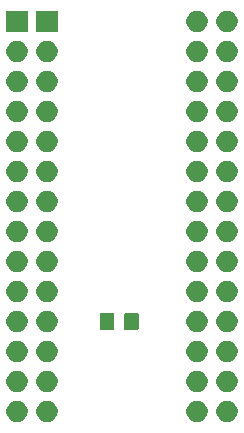
<source format=gbr>
G04 #@! TF.GenerationSoftware,KiCad,Pcbnew,(5.1.5-0-10_14)*
G04 #@! TF.CreationDate,2020-09-26T21:14:20+02:00*
G04 #@! TF.ProjectId,es_t4,65735f74-342e-46b6-9963-61645f706362,rev?*
G04 #@! TF.SameCoordinates,Original*
G04 #@! TF.FileFunction,Soldermask,Top*
G04 #@! TF.FilePolarity,Negative*
%FSLAX46Y46*%
G04 Gerber Fmt 4.6, Leading zero omitted, Abs format (unit mm)*
G04 Created by KiCad (PCBNEW (5.1.5-0-10_14)) date 2020-09-26 21:14:20*
%MOMM*%
%LPD*%
G04 APERTURE LIST*
%ADD10C,0.100000*%
G04 APERTURE END LIST*
D10*
G36*
X149973512Y-103243927D02*
G01*
X150122812Y-103273624D01*
X150286784Y-103341544D01*
X150434354Y-103440147D01*
X150559853Y-103565646D01*
X150658456Y-103713216D01*
X150726376Y-103877188D01*
X150761000Y-104051259D01*
X150761000Y-104228741D01*
X150726376Y-104402812D01*
X150658456Y-104566784D01*
X150559853Y-104714354D01*
X150434354Y-104839853D01*
X150286784Y-104938456D01*
X150122812Y-105006376D01*
X149973512Y-105036073D01*
X149948742Y-105041000D01*
X149771258Y-105041000D01*
X149746488Y-105036073D01*
X149597188Y-105006376D01*
X149433216Y-104938456D01*
X149285646Y-104839853D01*
X149160147Y-104714354D01*
X149061544Y-104566784D01*
X148993624Y-104402812D01*
X148959000Y-104228741D01*
X148959000Y-104051259D01*
X148993624Y-103877188D01*
X149061544Y-103713216D01*
X149160147Y-103565646D01*
X149285646Y-103440147D01*
X149433216Y-103341544D01*
X149597188Y-103273624D01*
X149746488Y-103243927D01*
X149771258Y-103239000D01*
X149948742Y-103239000D01*
X149973512Y-103243927D01*
G37*
G36*
X147433512Y-103243927D02*
G01*
X147582812Y-103273624D01*
X147746784Y-103341544D01*
X147894354Y-103440147D01*
X148019853Y-103565646D01*
X148118456Y-103713216D01*
X148186376Y-103877188D01*
X148221000Y-104051259D01*
X148221000Y-104228741D01*
X148186376Y-104402812D01*
X148118456Y-104566784D01*
X148019853Y-104714354D01*
X147894354Y-104839853D01*
X147746784Y-104938456D01*
X147582812Y-105006376D01*
X147433512Y-105036073D01*
X147408742Y-105041000D01*
X147231258Y-105041000D01*
X147206488Y-105036073D01*
X147057188Y-105006376D01*
X146893216Y-104938456D01*
X146745646Y-104839853D01*
X146620147Y-104714354D01*
X146521544Y-104566784D01*
X146453624Y-104402812D01*
X146419000Y-104228741D01*
X146419000Y-104051259D01*
X146453624Y-103877188D01*
X146521544Y-103713216D01*
X146620147Y-103565646D01*
X146745646Y-103440147D01*
X146893216Y-103341544D01*
X147057188Y-103273624D01*
X147206488Y-103243927D01*
X147231258Y-103239000D01*
X147408742Y-103239000D01*
X147433512Y-103243927D01*
G37*
G36*
X134733512Y-103243927D02*
G01*
X134882812Y-103273624D01*
X135046784Y-103341544D01*
X135194354Y-103440147D01*
X135319853Y-103565646D01*
X135418456Y-103713216D01*
X135486376Y-103877188D01*
X135521000Y-104051259D01*
X135521000Y-104228741D01*
X135486376Y-104402812D01*
X135418456Y-104566784D01*
X135319853Y-104714354D01*
X135194354Y-104839853D01*
X135046784Y-104938456D01*
X134882812Y-105006376D01*
X134733512Y-105036073D01*
X134708742Y-105041000D01*
X134531258Y-105041000D01*
X134506488Y-105036073D01*
X134357188Y-105006376D01*
X134193216Y-104938456D01*
X134045646Y-104839853D01*
X133920147Y-104714354D01*
X133821544Y-104566784D01*
X133753624Y-104402812D01*
X133719000Y-104228741D01*
X133719000Y-104051259D01*
X133753624Y-103877188D01*
X133821544Y-103713216D01*
X133920147Y-103565646D01*
X134045646Y-103440147D01*
X134193216Y-103341544D01*
X134357188Y-103273624D01*
X134506488Y-103243927D01*
X134531258Y-103239000D01*
X134708742Y-103239000D01*
X134733512Y-103243927D01*
G37*
G36*
X132193512Y-103243927D02*
G01*
X132342812Y-103273624D01*
X132506784Y-103341544D01*
X132654354Y-103440147D01*
X132779853Y-103565646D01*
X132878456Y-103713216D01*
X132946376Y-103877188D01*
X132981000Y-104051259D01*
X132981000Y-104228741D01*
X132946376Y-104402812D01*
X132878456Y-104566784D01*
X132779853Y-104714354D01*
X132654354Y-104839853D01*
X132506784Y-104938456D01*
X132342812Y-105006376D01*
X132193512Y-105036073D01*
X132168742Y-105041000D01*
X131991258Y-105041000D01*
X131966488Y-105036073D01*
X131817188Y-105006376D01*
X131653216Y-104938456D01*
X131505646Y-104839853D01*
X131380147Y-104714354D01*
X131281544Y-104566784D01*
X131213624Y-104402812D01*
X131179000Y-104228741D01*
X131179000Y-104051259D01*
X131213624Y-103877188D01*
X131281544Y-103713216D01*
X131380147Y-103565646D01*
X131505646Y-103440147D01*
X131653216Y-103341544D01*
X131817188Y-103273624D01*
X131966488Y-103243927D01*
X131991258Y-103239000D01*
X132168742Y-103239000D01*
X132193512Y-103243927D01*
G37*
G36*
X134733512Y-100703927D02*
G01*
X134882812Y-100733624D01*
X135046784Y-100801544D01*
X135194354Y-100900147D01*
X135319853Y-101025646D01*
X135418456Y-101173216D01*
X135486376Y-101337188D01*
X135521000Y-101511259D01*
X135521000Y-101688741D01*
X135486376Y-101862812D01*
X135418456Y-102026784D01*
X135319853Y-102174354D01*
X135194354Y-102299853D01*
X135046784Y-102398456D01*
X134882812Y-102466376D01*
X134733512Y-102496073D01*
X134708742Y-102501000D01*
X134531258Y-102501000D01*
X134506488Y-102496073D01*
X134357188Y-102466376D01*
X134193216Y-102398456D01*
X134045646Y-102299853D01*
X133920147Y-102174354D01*
X133821544Y-102026784D01*
X133753624Y-101862812D01*
X133719000Y-101688741D01*
X133719000Y-101511259D01*
X133753624Y-101337188D01*
X133821544Y-101173216D01*
X133920147Y-101025646D01*
X134045646Y-100900147D01*
X134193216Y-100801544D01*
X134357188Y-100733624D01*
X134506488Y-100703927D01*
X134531258Y-100699000D01*
X134708742Y-100699000D01*
X134733512Y-100703927D01*
G37*
G36*
X149973512Y-100703927D02*
G01*
X150122812Y-100733624D01*
X150286784Y-100801544D01*
X150434354Y-100900147D01*
X150559853Y-101025646D01*
X150658456Y-101173216D01*
X150726376Y-101337188D01*
X150761000Y-101511259D01*
X150761000Y-101688741D01*
X150726376Y-101862812D01*
X150658456Y-102026784D01*
X150559853Y-102174354D01*
X150434354Y-102299853D01*
X150286784Y-102398456D01*
X150122812Y-102466376D01*
X149973512Y-102496073D01*
X149948742Y-102501000D01*
X149771258Y-102501000D01*
X149746488Y-102496073D01*
X149597188Y-102466376D01*
X149433216Y-102398456D01*
X149285646Y-102299853D01*
X149160147Y-102174354D01*
X149061544Y-102026784D01*
X148993624Y-101862812D01*
X148959000Y-101688741D01*
X148959000Y-101511259D01*
X148993624Y-101337188D01*
X149061544Y-101173216D01*
X149160147Y-101025646D01*
X149285646Y-100900147D01*
X149433216Y-100801544D01*
X149597188Y-100733624D01*
X149746488Y-100703927D01*
X149771258Y-100699000D01*
X149948742Y-100699000D01*
X149973512Y-100703927D01*
G37*
G36*
X132193512Y-100703927D02*
G01*
X132342812Y-100733624D01*
X132506784Y-100801544D01*
X132654354Y-100900147D01*
X132779853Y-101025646D01*
X132878456Y-101173216D01*
X132946376Y-101337188D01*
X132981000Y-101511259D01*
X132981000Y-101688741D01*
X132946376Y-101862812D01*
X132878456Y-102026784D01*
X132779853Y-102174354D01*
X132654354Y-102299853D01*
X132506784Y-102398456D01*
X132342812Y-102466376D01*
X132193512Y-102496073D01*
X132168742Y-102501000D01*
X131991258Y-102501000D01*
X131966488Y-102496073D01*
X131817188Y-102466376D01*
X131653216Y-102398456D01*
X131505646Y-102299853D01*
X131380147Y-102174354D01*
X131281544Y-102026784D01*
X131213624Y-101862812D01*
X131179000Y-101688741D01*
X131179000Y-101511259D01*
X131213624Y-101337188D01*
X131281544Y-101173216D01*
X131380147Y-101025646D01*
X131505646Y-100900147D01*
X131653216Y-100801544D01*
X131817188Y-100733624D01*
X131966488Y-100703927D01*
X131991258Y-100699000D01*
X132168742Y-100699000D01*
X132193512Y-100703927D01*
G37*
G36*
X147433512Y-100703927D02*
G01*
X147582812Y-100733624D01*
X147746784Y-100801544D01*
X147894354Y-100900147D01*
X148019853Y-101025646D01*
X148118456Y-101173216D01*
X148186376Y-101337188D01*
X148221000Y-101511259D01*
X148221000Y-101688741D01*
X148186376Y-101862812D01*
X148118456Y-102026784D01*
X148019853Y-102174354D01*
X147894354Y-102299853D01*
X147746784Y-102398456D01*
X147582812Y-102466376D01*
X147433512Y-102496073D01*
X147408742Y-102501000D01*
X147231258Y-102501000D01*
X147206488Y-102496073D01*
X147057188Y-102466376D01*
X146893216Y-102398456D01*
X146745646Y-102299853D01*
X146620147Y-102174354D01*
X146521544Y-102026784D01*
X146453624Y-101862812D01*
X146419000Y-101688741D01*
X146419000Y-101511259D01*
X146453624Y-101337188D01*
X146521544Y-101173216D01*
X146620147Y-101025646D01*
X146745646Y-100900147D01*
X146893216Y-100801544D01*
X147057188Y-100733624D01*
X147206488Y-100703927D01*
X147231258Y-100699000D01*
X147408742Y-100699000D01*
X147433512Y-100703927D01*
G37*
G36*
X149973512Y-98163927D02*
G01*
X150122812Y-98193624D01*
X150286784Y-98261544D01*
X150434354Y-98360147D01*
X150559853Y-98485646D01*
X150658456Y-98633216D01*
X150726376Y-98797188D01*
X150761000Y-98971259D01*
X150761000Y-99148741D01*
X150726376Y-99322812D01*
X150658456Y-99486784D01*
X150559853Y-99634354D01*
X150434354Y-99759853D01*
X150286784Y-99858456D01*
X150122812Y-99926376D01*
X149973512Y-99956073D01*
X149948742Y-99961000D01*
X149771258Y-99961000D01*
X149746488Y-99956073D01*
X149597188Y-99926376D01*
X149433216Y-99858456D01*
X149285646Y-99759853D01*
X149160147Y-99634354D01*
X149061544Y-99486784D01*
X148993624Y-99322812D01*
X148959000Y-99148741D01*
X148959000Y-98971259D01*
X148993624Y-98797188D01*
X149061544Y-98633216D01*
X149160147Y-98485646D01*
X149285646Y-98360147D01*
X149433216Y-98261544D01*
X149597188Y-98193624D01*
X149746488Y-98163927D01*
X149771258Y-98159000D01*
X149948742Y-98159000D01*
X149973512Y-98163927D01*
G37*
G36*
X134733512Y-98163927D02*
G01*
X134882812Y-98193624D01*
X135046784Y-98261544D01*
X135194354Y-98360147D01*
X135319853Y-98485646D01*
X135418456Y-98633216D01*
X135486376Y-98797188D01*
X135521000Y-98971259D01*
X135521000Y-99148741D01*
X135486376Y-99322812D01*
X135418456Y-99486784D01*
X135319853Y-99634354D01*
X135194354Y-99759853D01*
X135046784Y-99858456D01*
X134882812Y-99926376D01*
X134733512Y-99956073D01*
X134708742Y-99961000D01*
X134531258Y-99961000D01*
X134506488Y-99956073D01*
X134357188Y-99926376D01*
X134193216Y-99858456D01*
X134045646Y-99759853D01*
X133920147Y-99634354D01*
X133821544Y-99486784D01*
X133753624Y-99322812D01*
X133719000Y-99148741D01*
X133719000Y-98971259D01*
X133753624Y-98797188D01*
X133821544Y-98633216D01*
X133920147Y-98485646D01*
X134045646Y-98360147D01*
X134193216Y-98261544D01*
X134357188Y-98193624D01*
X134506488Y-98163927D01*
X134531258Y-98159000D01*
X134708742Y-98159000D01*
X134733512Y-98163927D01*
G37*
G36*
X147433512Y-98163927D02*
G01*
X147582812Y-98193624D01*
X147746784Y-98261544D01*
X147894354Y-98360147D01*
X148019853Y-98485646D01*
X148118456Y-98633216D01*
X148186376Y-98797188D01*
X148221000Y-98971259D01*
X148221000Y-99148741D01*
X148186376Y-99322812D01*
X148118456Y-99486784D01*
X148019853Y-99634354D01*
X147894354Y-99759853D01*
X147746784Y-99858456D01*
X147582812Y-99926376D01*
X147433512Y-99956073D01*
X147408742Y-99961000D01*
X147231258Y-99961000D01*
X147206488Y-99956073D01*
X147057188Y-99926376D01*
X146893216Y-99858456D01*
X146745646Y-99759853D01*
X146620147Y-99634354D01*
X146521544Y-99486784D01*
X146453624Y-99322812D01*
X146419000Y-99148741D01*
X146419000Y-98971259D01*
X146453624Y-98797188D01*
X146521544Y-98633216D01*
X146620147Y-98485646D01*
X146745646Y-98360147D01*
X146893216Y-98261544D01*
X147057188Y-98193624D01*
X147206488Y-98163927D01*
X147231258Y-98159000D01*
X147408742Y-98159000D01*
X147433512Y-98163927D01*
G37*
G36*
X132193512Y-98163927D02*
G01*
X132342812Y-98193624D01*
X132506784Y-98261544D01*
X132654354Y-98360147D01*
X132779853Y-98485646D01*
X132878456Y-98633216D01*
X132946376Y-98797188D01*
X132981000Y-98971259D01*
X132981000Y-99148741D01*
X132946376Y-99322812D01*
X132878456Y-99486784D01*
X132779853Y-99634354D01*
X132654354Y-99759853D01*
X132506784Y-99858456D01*
X132342812Y-99926376D01*
X132193512Y-99956073D01*
X132168742Y-99961000D01*
X131991258Y-99961000D01*
X131966488Y-99956073D01*
X131817188Y-99926376D01*
X131653216Y-99858456D01*
X131505646Y-99759853D01*
X131380147Y-99634354D01*
X131281544Y-99486784D01*
X131213624Y-99322812D01*
X131179000Y-99148741D01*
X131179000Y-98971259D01*
X131213624Y-98797188D01*
X131281544Y-98633216D01*
X131380147Y-98485646D01*
X131505646Y-98360147D01*
X131653216Y-98261544D01*
X131817188Y-98193624D01*
X131966488Y-98163927D01*
X131991258Y-98159000D01*
X132168742Y-98159000D01*
X132193512Y-98163927D01*
G37*
G36*
X134733512Y-95623927D02*
G01*
X134882812Y-95653624D01*
X135046784Y-95721544D01*
X135194354Y-95820147D01*
X135319853Y-95945646D01*
X135418456Y-96093216D01*
X135486376Y-96257188D01*
X135521000Y-96431259D01*
X135521000Y-96608741D01*
X135486376Y-96782812D01*
X135418456Y-96946784D01*
X135319853Y-97094354D01*
X135194354Y-97219853D01*
X135046784Y-97318456D01*
X134882812Y-97386376D01*
X134733512Y-97416073D01*
X134708742Y-97421000D01*
X134531258Y-97421000D01*
X134506488Y-97416073D01*
X134357188Y-97386376D01*
X134193216Y-97318456D01*
X134045646Y-97219853D01*
X133920147Y-97094354D01*
X133821544Y-96946784D01*
X133753624Y-96782812D01*
X133719000Y-96608741D01*
X133719000Y-96431259D01*
X133753624Y-96257188D01*
X133821544Y-96093216D01*
X133920147Y-95945646D01*
X134045646Y-95820147D01*
X134193216Y-95721544D01*
X134357188Y-95653624D01*
X134506488Y-95623927D01*
X134531258Y-95619000D01*
X134708742Y-95619000D01*
X134733512Y-95623927D01*
G37*
G36*
X132193512Y-95623927D02*
G01*
X132342812Y-95653624D01*
X132506784Y-95721544D01*
X132654354Y-95820147D01*
X132779853Y-95945646D01*
X132878456Y-96093216D01*
X132946376Y-96257188D01*
X132981000Y-96431259D01*
X132981000Y-96608741D01*
X132946376Y-96782812D01*
X132878456Y-96946784D01*
X132779853Y-97094354D01*
X132654354Y-97219853D01*
X132506784Y-97318456D01*
X132342812Y-97386376D01*
X132193512Y-97416073D01*
X132168742Y-97421000D01*
X131991258Y-97421000D01*
X131966488Y-97416073D01*
X131817188Y-97386376D01*
X131653216Y-97318456D01*
X131505646Y-97219853D01*
X131380147Y-97094354D01*
X131281544Y-96946784D01*
X131213624Y-96782812D01*
X131179000Y-96608741D01*
X131179000Y-96431259D01*
X131213624Y-96257188D01*
X131281544Y-96093216D01*
X131380147Y-95945646D01*
X131505646Y-95820147D01*
X131653216Y-95721544D01*
X131817188Y-95653624D01*
X131966488Y-95623927D01*
X131991258Y-95619000D01*
X132168742Y-95619000D01*
X132193512Y-95623927D01*
G37*
G36*
X147433512Y-95623927D02*
G01*
X147582812Y-95653624D01*
X147746784Y-95721544D01*
X147894354Y-95820147D01*
X148019853Y-95945646D01*
X148118456Y-96093216D01*
X148186376Y-96257188D01*
X148221000Y-96431259D01*
X148221000Y-96608741D01*
X148186376Y-96782812D01*
X148118456Y-96946784D01*
X148019853Y-97094354D01*
X147894354Y-97219853D01*
X147746784Y-97318456D01*
X147582812Y-97386376D01*
X147433512Y-97416073D01*
X147408742Y-97421000D01*
X147231258Y-97421000D01*
X147206488Y-97416073D01*
X147057188Y-97386376D01*
X146893216Y-97318456D01*
X146745646Y-97219853D01*
X146620147Y-97094354D01*
X146521544Y-96946784D01*
X146453624Y-96782812D01*
X146419000Y-96608741D01*
X146419000Y-96431259D01*
X146453624Y-96257188D01*
X146521544Y-96093216D01*
X146620147Y-95945646D01*
X146745646Y-95820147D01*
X146893216Y-95721544D01*
X147057188Y-95653624D01*
X147206488Y-95623927D01*
X147231258Y-95619000D01*
X147408742Y-95619000D01*
X147433512Y-95623927D01*
G37*
G36*
X149973512Y-95623927D02*
G01*
X150122812Y-95653624D01*
X150286784Y-95721544D01*
X150434354Y-95820147D01*
X150559853Y-95945646D01*
X150658456Y-96093216D01*
X150726376Y-96257188D01*
X150761000Y-96431259D01*
X150761000Y-96608741D01*
X150726376Y-96782812D01*
X150658456Y-96946784D01*
X150559853Y-97094354D01*
X150434354Y-97219853D01*
X150286784Y-97318456D01*
X150122812Y-97386376D01*
X149973512Y-97416073D01*
X149948742Y-97421000D01*
X149771258Y-97421000D01*
X149746488Y-97416073D01*
X149597188Y-97386376D01*
X149433216Y-97318456D01*
X149285646Y-97219853D01*
X149160147Y-97094354D01*
X149061544Y-96946784D01*
X148993624Y-96782812D01*
X148959000Y-96608741D01*
X148959000Y-96431259D01*
X148993624Y-96257188D01*
X149061544Y-96093216D01*
X149160147Y-95945646D01*
X149285646Y-95820147D01*
X149433216Y-95721544D01*
X149597188Y-95653624D01*
X149746488Y-95623927D01*
X149771258Y-95619000D01*
X149948742Y-95619000D01*
X149973512Y-95623927D01*
G37*
G36*
X140163674Y-95773465D02*
G01*
X140201367Y-95784899D01*
X140236103Y-95803466D01*
X140266548Y-95828452D01*
X140291534Y-95858897D01*
X140310101Y-95893633D01*
X140321535Y-95931326D01*
X140326000Y-95976661D01*
X140326000Y-97063339D01*
X140321535Y-97108674D01*
X140310101Y-97146367D01*
X140291534Y-97181103D01*
X140266548Y-97211548D01*
X140236103Y-97236534D01*
X140201367Y-97255101D01*
X140163674Y-97266535D01*
X140118339Y-97271000D01*
X139281661Y-97271000D01*
X139236326Y-97266535D01*
X139198633Y-97255101D01*
X139163897Y-97236534D01*
X139133452Y-97211548D01*
X139108466Y-97181103D01*
X139089899Y-97146367D01*
X139078465Y-97108674D01*
X139074000Y-97063339D01*
X139074000Y-95976661D01*
X139078465Y-95931326D01*
X139089899Y-95893633D01*
X139108466Y-95858897D01*
X139133452Y-95828452D01*
X139163897Y-95803466D01*
X139198633Y-95784899D01*
X139236326Y-95773465D01*
X139281661Y-95769000D01*
X140118339Y-95769000D01*
X140163674Y-95773465D01*
G37*
G36*
X142214148Y-95773454D02*
G01*
X142251728Y-95784854D01*
X142286364Y-95803367D01*
X142316720Y-95828280D01*
X142341633Y-95858636D01*
X142360146Y-95893272D01*
X142371546Y-95930852D01*
X142376000Y-95976075D01*
X142376000Y-97063925D01*
X142371546Y-97109148D01*
X142360146Y-97146728D01*
X142341633Y-97181364D01*
X142316720Y-97211720D01*
X142286364Y-97236633D01*
X142251728Y-97255146D01*
X142214148Y-97266546D01*
X142168925Y-97271000D01*
X141331075Y-97271000D01*
X141285852Y-97266546D01*
X141248272Y-97255146D01*
X141213636Y-97236633D01*
X141183280Y-97211720D01*
X141158367Y-97181364D01*
X141139854Y-97146728D01*
X141128454Y-97109148D01*
X141124000Y-97063925D01*
X141124000Y-95976075D01*
X141128454Y-95930852D01*
X141139854Y-95893272D01*
X141158367Y-95858636D01*
X141183280Y-95828280D01*
X141213636Y-95803367D01*
X141248272Y-95784854D01*
X141285852Y-95773454D01*
X141331075Y-95769000D01*
X142168925Y-95769000D01*
X142214148Y-95773454D01*
G37*
G36*
X149973512Y-93083927D02*
G01*
X150122812Y-93113624D01*
X150286784Y-93181544D01*
X150434354Y-93280147D01*
X150559853Y-93405646D01*
X150658456Y-93553216D01*
X150726376Y-93717188D01*
X150761000Y-93891259D01*
X150761000Y-94068741D01*
X150726376Y-94242812D01*
X150658456Y-94406784D01*
X150559853Y-94554354D01*
X150434354Y-94679853D01*
X150286784Y-94778456D01*
X150122812Y-94846376D01*
X149973512Y-94876073D01*
X149948742Y-94881000D01*
X149771258Y-94881000D01*
X149746488Y-94876073D01*
X149597188Y-94846376D01*
X149433216Y-94778456D01*
X149285646Y-94679853D01*
X149160147Y-94554354D01*
X149061544Y-94406784D01*
X148993624Y-94242812D01*
X148959000Y-94068741D01*
X148959000Y-93891259D01*
X148993624Y-93717188D01*
X149061544Y-93553216D01*
X149160147Y-93405646D01*
X149285646Y-93280147D01*
X149433216Y-93181544D01*
X149597188Y-93113624D01*
X149746488Y-93083927D01*
X149771258Y-93079000D01*
X149948742Y-93079000D01*
X149973512Y-93083927D01*
G37*
G36*
X147433512Y-93083927D02*
G01*
X147582812Y-93113624D01*
X147746784Y-93181544D01*
X147894354Y-93280147D01*
X148019853Y-93405646D01*
X148118456Y-93553216D01*
X148186376Y-93717188D01*
X148221000Y-93891259D01*
X148221000Y-94068741D01*
X148186376Y-94242812D01*
X148118456Y-94406784D01*
X148019853Y-94554354D01*
X147894354Y-94679853D01*
X147746784Y-94778456D01*
X147582812Y-94846376D01*
X147433512Y-94876073D01*
X147408742Y-94881000D01*
X147231258Y-94881000D01*
X147206488Y-94876073D01*
X147057188Y-94846376D01*
X146893216Y-94778456D01*
X146745646Y-94679853D01*
X146620147Y-94554354D01*
X146521544Y-94406784D01*
X146453624Y-94242812D01*
X146419000Y-94068741D01*
X146419000Y-93891259D01*
X146453624Y-93717188D01*
X146521544Y-93553216D01*
X146620147Y-93405646D01*
X146745646Y-93280147D01*
X146893216Y-93181544D01*
X147057188Y-93113624D01*
X147206488Y-93083927D01*
X147231258Y-93079000D01*
X147408742Y-93079000D01*
X147433512Y-93083927D01*
G37*
G36*
X134733512Y-93083927D02*
G01*
X134882812Y-93113624D01*
X135046784Y-93181544D01*
X135194354Y-93280147D01*
X135319853Y-93405646D01*
X135418456Y-93553216D01*
X135486376Y-93717188D01*
X135521000Y-93891259D01*
X135521000Y-94068741D01*
X135486376Y-94242812D01*
X135418456Y-94406784D01*
X135319853Y-94554354D01*
X135194354Y-94679853D01*
X135046784Y-94778456D01*
X134882812Y-94846376D01*
X134733512Y-94876073D01*
X134708742Y-94881000D01*
X134531258Y-94881000D01*
X134506488Y-94876073D01*
X134357188Y-94846376D01*
X134193216Y-94778456D01*
X134045646Y-94679853D01*
X133920147Y-94554354D01*
X133821544Y-94406784D01*
X133753624Y-94242812D01*
X133719000Y-94068741D01*
X133719000Y-93891259D01*
X133753624Y-93717188D01*
X133821544Y-93553216D01*
X133920147Y-93405646D01*
X134045646Y-93280147D01*
X134193216Y-93181544D01*
X134357188Y-93113624D01*
X134506488Y-93083927D01*
X134531258Y-93079000D01*
X134708742Y-93079000D01*
X134733512Y-93083927D01*
G37*
G36*
X132193512Y-93083927D02*
G01*
X132342812Y-93113624D01*
X132506784Y-93181544D01*
X132654354Y-93280147D01*
X132779853Y-93405646D01*
X132878456Y-93553216D01*
X132946376Y-93717188D01*
X132981000Y-93891259D01*
X132981000Y-94068741D01*
X132946376Y-94242812D01*
X132878456Y-94406784D01*
X132779853Y-94554354D01*
X132654354Y-94679853D01*
X132506784Y-94778456D01*
X132342812Y-94846376D01*
X132193512Y-94876073D01*
X132168742Y-94881000D01*
X131991258Y-94881000D01*
X131966488Y-94876073D01*
X131817188Y-94846376D01*
X131653216Y-94778456D01*
X131505646Y-94679853D01*
X131380147Y-94554354D01*
X131281544Y-94406784D01*
X131213624Y-94242812D01*
X131179000Y-94068741D01*
X131179000Y-93891259D01*
X131213624Y-93717188D01*
X131281544Y-93553216D01*
X131380147Y-93405646D01*
X131505646Y-93280147D01*
X131653216Y-93181544D01*
X131817188Y-93113624D01*
X131966488Y-93083927D01*
X131991258Y-93079000D01*
X132168742Y-93079000D01*
X132193512Y-93083927D01*
G37*
G36*
X134733512Y-90543927D02*
G01*
X134882812Y-90573624D01*
X135046784Y-90641544D01*
X135194354Y-90740147D01*
X135319853Y-90865646D01*
X135418456Y-91013216D01*
X135486376Y-91177188D01*
X135521000Y-91351259D01*
X135521000Y-91528741D01*
X135486376Y-91702812D01*
X135418456Y-91866784D01*
X135319853Y-92014354D01*
X135194354Y-92139853D01*
X135046784Y-92238456D01*
X134882812Y-92306376D01*
X134733512Y-92336073D01*
X134708742Y-92341000D01*
X134531258Y-92341000D01*
X134506488Y-92336073D01*
X134357188Y-92306376D01*
X134193216Y-92238456D01*
X134045646Y-92139853D01*
X133920147Y-92014354D01*
X133821544Y-91866784D01*
X133753624Y-91702812D01*
X133719000Y-91528741D01*
X133719000Y-91351259D01*
X133753624Y-91177188D01*
X133821544Y-91013216D01*
X133920147Y-90865646D01*
X134045646Y-90740147D01*
X134193216Y-90641544D01*
X134357188Y-90573624D01*
X134506488Y-90543927D01*
X134531258Y-90539000D01*
X134708742Y-90539000D01*
X134733512Y-90543927D01*
G37*
G36*
X149973512Y-90543927D02*
G01*
X150122812Y-90573624D01*
X150286784Y-90641544D01*
X150434354Y-90740147D01*
X150559853Y-90865646D01*
X150658456Y-91013216D01*
X150726376Y-91177188D01*
X150761000Y-91351259D01*
X150761000Y-91528741D01*
X150726376Y-91702812D01*
X150658456Y-91866784D01*
X150559853Y-92014354D01*
X150434354Y-92139853D01*
X150286784Y-92238456D01*
X150122812Y-92306376D01*
X149973512Y-92336073D01*
X149948742Y-92341000D01*
X149771258Y-92341000D01*
X149746488Y-92336073D01*
X149597188Y-92306376D01*
X149433216Y-92238456D01*
X149285646Y-92139853D01*
X149160147Y-92014354D01*
X149061544Y-91866784D01*
X148993624Y-91702812D01*
X148959000Y-91528741D01*
X148959000Y-91351259D01*
X148993624Y-91177188D01*
X149061544Y-91013216D01*
X149160147Y-90865646D01*
X149285646Y-90740147D01*
X149433216Y-90641544D01*
X149597188Y-90573624D01*
X149746488Y-90543927D01*
X149771258Y-90539000D01*
X149948742Y-90539000D01*
X149973512Y-90543927D01*
G37*
G36*
X147433512Y-90543927D02*
G01*
X147582812Y-90573624D01*
X147746784Y-90641544D01*
X147894354Y-90740147D01*
X148019853Y-90865646D01*
X148118456Y-91013216D01*
X148186376Y-91177188D01*
X148221000Y-91351259D01*
X148221000Y-91528741D01*
X148186376Y-91702812D01*
X148118456Y-91866784D01*
X148019853Y-92014354D01*
X147894354Y-92139853D01*
X147746784Y-92238456D01*
X147582812Y-92306376D01*
X147433512Y-92336073D01*
X147408742Y-92341000D01*
X147231258Y-92341000D01*
X147206488Y-92336073D01*
X147057188Y-92306376D01*
X146893216Y-92238456D01*
X146745646Y-92139853D01*
X146620147Y-92014354D01*
X146521544Y-91866784D01*
X146453624Y-91702812D01*
X146419000Y-91528741D01*
X146419000Y-91351259D01*
X146453624Y-91177188D01*
X146521544Y-91013216D01*
X146620147Y-90865646D01*
X146745646Y-90740147D01*
X146893216Y-90641544D01*
X147057188Y-90573624D01*
X147206488Y-90543927D01*
X147231258Y-90539000D01*
X147408742Y-90539000D01*
X147433512Y-90543927D01*
G37*
G36*
X132193512Y-90543927D02*
G01*
X132342812Y-90573624D01*
X132506784Y-90641544D01*
X132654354Y-90740147D01*
X132779853Y-90865646D01*
X132878456Y-91013216D01*
X132946376Y-91177188D01*
X132981000Y-91351259D01*
X132981000Y-91528741D01*
X132946376Y-91702812D01*
X132878456Y-91866784D01*
X132779853Y-92014354D01*
X132654354Y-92139853D01*
X132506784Y-92238456D01*
X132342812Y-92306376D01*
X132193512Y-92336073D01*
X132168742Y-92341000D01*
X131991258Y-92341000D01*
X131966488Y-92336073D01*
X131817188Y-92306376D01*
X131653216Y-92238456D01*
X131505646Y-92139853D01*
X131380147Y-92014354D01*
X131281544Y-91866784D01*
X131213624Y-91702812D01*
X131179000Y-91528741D01*
X131179000Y-91351259D01*
X131213624Y-91177188D01*
X131281544Y-91013216D01*
X131380147Y-90865646D01*
X131505646Y-90740147D01*
X131653216Y-90641544D01*
X131817188Y-90573624D01*
X131966488Y-90543927D01*
X131991258Y-90539000D01*
X132168742Y-90539000D01*
X132193512Y-90543927D01*
G37*
G36*
X149973512Y-88003927D02*
G01*
X150122812Y-88033624D01*
X150286784Y-88101544D01*
X150434354Y-88200147D01*
X150559853Y-88325646D01*
X150658456Y-88473216D01*
X150726376Y-88637188D01*
X150761000Y-88811259D01*
X150761000Y-88988741D01*
X150726376Y-89162812D01*
X150658456Y-89326784D01*
X150559853Y-89474354D01*
X150434354Y-89599853D01*
X150286784Y-89698456D01*
X150122812Y-89766376D01*
X149973512Y-89796073D01*
X149948742Y-89801000D01*
X149771258Y-89801000D01*
X149746488Y-89796073D01*
X149597188Y-89766376D01*
X149433216Y-89698456D01*
X149285646Y-89599853D01*
X149160147Y-89474354D01*
X149061544Y-89326784D01*
X148993624Y-89162812D01*
X148959000Y-88988741D01*
X148959000Y-88811259D01*
X148993624Y-88637188D01*
X149061544Y-88473216D01*
X149160147Y-88325646D01*
X149285646Y-88200147D01*
X149433216Y-88101544D01*
X149597188Y-88033624D01*
X149746488Y-88003927D01*
X149771258Y-87999000D01*
X149948742Y-87999000D01*
X149973512Y-88003927D01*
G37*
G36*
X147433512Y-88003927D02*
G01*
X147582812Y-88033624D01*
X147746784Y-88101544D01*
X147894354Y-88200147D01*
X148019853Y-88325646D01*
X148118456Y-88473216D01*
X148186376Y-88637188D01*
X148221000Y-88811259D01*
X148221000Y-88988741D01*
X148186376Y-89162812D01*
X148118456Y-89326784D01*
X148019853Y-89474354D01*
X147894354Y-89599853D01*
X147746784Y-89698456D01*
X147582812Y-89766376D01*
X147433512Y-89796073D01*
X147408742Y-89801000D01*
X147231258Y-89801000D01*
X147206488Y-89796073D01*
X147057188Y-89766376D01*
X146893216Y-89698456D01*
X146745646Y-89599853D01*
X146620147Y-89474354D01*
X146521544Y-89326784D01*
X146453624Y-89162812D01*
X146419000Y-88988741D01*
X146419000Y-88811259D01*
X146453624Y-88637188D01*
X146521544Y-88473216D01*
X146620147Y-88325646D01*
X146745646Y-88200147D01*
X146893216Y-88101544D01*
X147057188Y-88033624D01*
X147206488Y-88003927D01*
X147231258Y-87999000D01*
X147408742Y-87999000D01*
X147433512Y-88003927D01*
G37*
G36*
X132193512Y-88003927D02*
G01*
X132342812Y-88033624D01*
X132506784Y-88101544D01*
X132654354Y-88200147D01*
X132779853Y-88325646D01*
X132878456Y-88473216D01*
X132946376Y-88637188D01*
X132981000Y-88811259D01*
X132981000Y-88988741D01*
X132946376Y-89162812D01*
X132878456Y-89326784D01*
X132779853Y-89474354D01*
X132654354Y-89599853D01*
X132506784Y-89698456D01*
X132342812Y-89766376D01*
X132193512Y-89796073D01*
X132168742Y-89801000D01*
X131991258Y-89801000D01*
X131966488Y-89796073D01*
X131817188Y-89766376D01*
X131653216Y-89698456D01*
X131505646Y-89599853D01*
X131380147Y-89474354D01*
X131281544Y-89326784D01*
X131213624Y-89162812D01*
X131179000Y-88988741D01*
X131179000Y-88811259D01*
X131213624Y-88637188D01*
X131281544Y-88473216D01*
X131380147Y-88325646D01*
X131505646Y-88200147D01*
X131653216Y-88101544D01*
X131817188Y-88033624D01*
X131966488Y-88003927D01*
X131991258Y-87999000D01*
X132168742Y-87999000D01*
X132193512Y-88003927D01*
G37*
G36*
X134733512Y-88003927D02*
G01*
X134882812Y-88033624D01*
X135046784Y-88101544D01*
X135194354Y-88200147D01*
X135319853Y-88325646D01*
X135418456Y-88473216D01*
X135486376Y-88637188D01*
X135521000Y-88811259D01*
X135521000Y-88988741D01*
X135486376Y-89162812D01*
X135418456Y-89326784D01*
X135319853Y-89474354D01*
X135194354Y-89599853D01*
X135046784Y-89698456D01*
X134882812Y-89766376D01*
X134733512Y-89796073D01*
X134708742Y-89801000D01*
X134531258Y-89801000D01*
X134506488Y-89796073D01*
X134357188Y-89766376D01*
X134193216Y-89698456D01*
X134045646Y-89599853D01*
X133920147Y-89474354D01*
X133821544Y-89326784D01*
X133753624Y-89162812D01*
X133719000Y-88988741D01*
X133719000Y-88811259D01*
X133753624Y-88637188D01*
X133821544Y-88473216D01*
X133920147Y-88325646D01*
X134045646Y-88200147D01*
X134193216Y-88101544D01*
X134357188Y-88033624D01*
X134506488Y-88003927D01*
X134531258Y-87999000D01*
X134708742Y-87999000D01*
X134733512Y-88003927D01*
G37*
G36*
X132193512Y-85463927D02*
G01*
X132342812Y-85493624D01*
X132506784Y-85561544D01*
X132654354Y-85660147D01*
X132779853Y-85785646D01*
X132878456Y-85933216D01*
X132946376Y-86097188D01*
X132981000Y-86271259D01*
X132981000Y-86448741D01*
X132946376Y-86622812D01*
X132878456Y-86786784D01*
X132779853Y-86934354D01*
X132654354Y-87059853D01*
X132506784Y-87158456D01*
X132342812Y-87226376D01*
X132193512Y-87256073D01*
X132168742Y-87261000D01*
X131991258Y-87261000D01*
X131966488Y-87256073D01*
X131817188Y-87226376D01*
X131653216Y-87158456D01*
X131505646Y-87059853D01*
X131380147Y-86934354D01*
X131281544Y-86786784D01*
X131213624Y-86622812D01*
X131179000Y-86448741D01*
X131179000Y-86271259D01*
X131213624Y-86097188D01*
X131281544Y-85933216D01*
X131380147Y-85785646D01*
X131505646Y-85660147D01*
X131653216Y-85561544D01*
X131817188Y-85493624D01*
X131966488Y-85463927D01*
X131991258Y-85459000D01*
X132168742Y-85459000D01*
X132193512Y-85463927D01*
G37*
G36*
X147433512Y-85463927D02*
G01*
X147582812Y-85493624D01*
X147746784Y-85561544D01*
X147894354Y-85660147D01*
X148019853Y-85785646D01*
X148118456Y-85933216D01*
X148186376Y-86097188D01*
X148221000Y-86271259D01*
X148221000Y-86448741D01*
X148186376Y-86622812D01*
X148118456Y-86786784D01*
X148019853Y-86934354D01*
X147894354Y-87059853D01*
X147746784Y-87158456D01*
X147582812Y-87226376D01*
X147433512Y-87256073D01*
X147408742Y-87261000D01*
X147231258Y-87261000D01*
X147206488Y-87256073D01*
X147057188Y-87226376D01*
X146893216Y-87158456D01*
X146745646Y-87059853D01*
X146620147Y-86934354D01*
X146521544Y-86786784D01*
X146453624Y-86622812D01*
X146419000Y-86448741D01*
X146419000Y-86271259D01*
X146453624Y-86097188D01*
X146521544Y-85933216D01*
X146620147Y-85785646D01*
X146745646Y-85660147D01*
X146893216Y-85561544D01*
X147057188Y-85493624D01*
X147206488Y-85463927D01*
X147231258Y-85459000D01*
X147408742Y-85459000D01*
X147433512Y-85463927D01*
G37*
G36*
X149973512Y-85463927D02*
G01*
X150122812Y-85493624D01*
X150286784Y-85561544D01*
X150434354Y-85660147D01*
X150559853Y-85785646D01*
X150658456Y-85933216D01*
X150726376Y-86097188D01*
X150761000Y-86271259D01*
X150761000Y-86448741D01*
X150726376Y-86622812D01*
X150658456Y-86786784D01*
X150559853Y-86934354D01*
X150434354Y-87059853D01*
X150286784Y-87158456D01*
X150122812Y-87226376D01*
X149973512Y-87256073D01*
X149948742Y-87261000D01*
X149771258Y-87261000D01*
X149746488Y-87256073D01*
X149597188Y-87226376D01*
X149433216Y-87158456D01*
X149285646Y-87059853D01*
X149160147Y-86934354D01*
X149061544Y-86786784D01*
X148993624Y-86622812D01*
X148959000Y-86448741D01*
X148959000Y-86271259D01*
X148993624Y-86097188D01*
X149061544Y-85933216D01*
X149160147Y-85785646D01*
X149285646Y-85660147D01*
X149433216Y-85561544D01*
X149597188Y-85493624D01*
X149746488Y-85463927D01*
X149771258Y-85459000D01*
X149948742Y-85459000D01*
X149973512Y-85463927D01*
G37*
G36*
X134733512Y-85463927D02*
G01*
X134882812Y-85493624D01*
X135046784Y-85561544D01*
X135194354Y-85660147D01*
X135319853Y-85785646D01*
X135418456Y-85933216D01*
X135486376Y-86097188D01*
X135521000Y-86271259D01*
X135521000Y-86448741D01*
X135486376Y-86622812D01*
X135418456Y-86786784D01*
X135319853Y-86934354D01*
X135194354Y-87059853D01*
X135046784Y-87158456D01*
X134882812Y-87226376D01*
X134733512Y-87256073D01*
X134708742Y-87261000D01*
X134531258Y-87261000D01*
X134506488Y-87256073D01*
X134357188Y-87226376D01*
X134193216Y-87158456D01*
X134045646Y-87059853D01*
X133920147Y-86934354D01*
X133821544Y-86786784D01*
X133753624Y-86622812D01*
X133719000Y-86448741D01*
X133719000Y-86271259D01*
X133753624Y-86097188D01*
X133821544Y-85933216D01*
X133920147Y-85785646D01*
X134045646Y-85660147D01*
X134193216Y-85561544D01*
X134357188Y-85493624D01*
X134506488Y-85463927D01*
X134531258Y-85459000D01*
X134708742Y-85459000D01*
X134733512Y-85463927D01*
G37*
G36*
X149973512Y-82923927D02*
G01*
X150122812Y-82953624D01*
X150286784Y-83021544D01*
X150434354Y-83120147D01*
X150559853Y-83245646D01*
X150658456Y-83393216D01*
X150726376Y-83557188D01*
X150761000Y-83731259D01*
X150761000Y-83908741D01*
X150726376Y-84082812D01*
X150658456Y-84246784D01*
X150559853Y-84394354D01*
X150434354Y-84519853D01*
X150286784Y-84618456D01*
X150122812Y-84686376D01*
X149973512Y-84716073D01*
X149948742Y-84721000D01*
X149771258Y-84721000D01*
X149746488Y-84716073D01*
X149597188Y-84686376D01*
X149433216Y-84618456D01*
X149285646Y-84519853D01*
X149160147Y-84394354D01*
X149061544Y-84246784D01*
X148993624Y-84082812D01*
X148959000Y-83908741D01*
X148959000Y-83731259D01*
X148993624Y-83557188D01*
X149061544Y-83393216D01*
X149160147Y-83245646D01*
X149285646Y-83120147D01*
X149433216Y-83021544D01*
X149597188Y-82953624D01*
X149746488Y-82923927D01*
X149771258Y-82919000D01*
X149948742Y-82919000D01*
X149973512Y-82923927D01*
G37*
G36*
X134733512Y-82923927D02*
G01*
X134882812Y-82953624D01*
X135046784Y-83021544D01*
X135194354Y-83120147D01*
X135319853Y-83245646D01*
X135418456Y-83393216D01*
X135486376Y-83557188D01*
X135521000Y-83731259D01*
X135521000Y-83908741D01*
X135486376Y-84082812D01*
X135418456Y-84246784D01*
X135319853Y-84394354D01*
X135194354Y-84519853D01*
X135046784Y-84618456D01*
X134882812Y-84686376D01*
X134733512Y-84716073D01*
X134708742Y-84721000D01*
X134531258Y-84721000D01*
X134506488Y-84716073D01*
X134357188Y-84686376D01*
X134193216Y-84618456D01*
X134045646Y-84519853D01*
X133920147Y-84394354D01*
X133821544Y-84246784D01*
X133753624Y-84082812D01*
X133719000Y-83908741D01*
X133719000Y-83731259D01*
X133753624Y-83557188D01*
X133821544Y-83393216D01*
X133920147Y-83245646D01*
X134045646Y-83120147D01*
X134193216Y-83021544D01*
X134357188Y-82953624D01*
X134506488Y-82923927D01*
X134531258Y-82919000D01*
X134708742Y-82919000D01*
X134733512Y-82923927D01*
G37*
G36*
X132193512Y-82923927D02*
G01*
X132342812Y-82953624D01*
X132506784Y-83021544D01*
X132654354Y-83120147D01*
X132779853Y-83245646D01*
X132878456Y-83393216D01*
X132946376Y-83557188D01*
X132981000Y-83731259D01*
X132981000Y-83908741D01*
X132946376Y-84082812D01*
X132878456Y-84246784D01*
X132779853Y-84394354D01*
X132654354Y-84519853D01*
X132506784Y-84618456D01*
X132342812Y-84686376D01*
X132193512Y-84716073D01*
X132168742Y-84721000D01*
X131991258Y-84721000D01*
X131966488Y-84716073D01*
X131817188Y-84686376D01*
X131653216Y-84618456D01*
X131505646Y-84519853D01*
X131380147Y-84394354D01*
X131281544Y-84246784D01*
X131213624Y-84082812D01*
X131179000Y-83908741D01*
X131179000Y-83731259D01*
X131213624Y-83557188D01*
X131281544Y-83393216D01*
X131380147Y-83245646D01*
X131505646Y-83120147D01*
X131653216Y-83021544D01*
X131817188Y-82953624D01*
X131966488Y-82923927D01*
X131991258Y-82919000D01*
X132168742Y-82919000D01*
X132193512Y-82923927D01*
G37*
G36*
X147433512Y-82923927D02*
G01*
X147582812Y-82953624D01*
X147746784Y-83021544D01*
X147894354Y-83120147D01*
X148019853Y-83245646D01*
X148118456Y-83393216D01*
X148186376Y-83557188D01*
X148221000Y-83731259D01*
X148221000Y-83908741D01*
X148186376Y-84082812D01*
X148118456Y-84246784D01*
X148019853Y-84394354D01*
X147894354Y-84519853D01*
X147746784Y-84618456D01*
X147582812Y-84686376D01*
X147433512Y-84716073D01*
X147408742Y-84721000D01*
X147231258Y-84721000D01*
X147206488Y-84716073D01*
X147057188Y-84686376D01*
X146893216Y-84618456D01*
X146745646Y-84519853D01*
X146620147Y-84394354D01*
X146521544Y-84246784D01*
X146453624Y-84082812D01*
X146419000Y-83908741D01*
X146419000Y-83731259D01*
X146453624Y-83557188D01*
X146521544Y-83393216D01*
X146620147Y-83245646D01*
X146745646Y-83120147D01*
X146893216Y-83021544D01*
X147057188Y-82953624D01*
X147206488Y-82923927D01*
X147231258Y-82919000D01*
X147408742Y-82919000D01*
X147433512Y-82923927D01*
G37*
G36*
X149973512Y-80383927D02*
G01*
X150122812Y-80413624D01*
X150286784Y-80481544D01*
X150434354Y-80580147D01*
X150559853Y-80705646D01*
X150658456Y-80853216D01*
X150726376Y-81017188D01*
X150761000Y-81191259D01*
X150761000Y-81368741D01*
X150726376Y-81542812D01*
X150658456Y-81706784D01*
X150559853Y-81854354D01*
X150434354Y-81979853D01*
X150286784Y-82078456D01*
X150122812Y-82146376D01*
X149973512Y-82176073D01*
X149948742Y-82181000D01*
X149771258Y-82181000D01*
X149746488Y-82176073D01*
X149597188Y-82146376D01*
X149433216Y-82078456D01*
X149285646Y-81979853D01*
X149160147Y-81854354D01*
X149061544Y-81706784D01*
X148993624Y-81542812D01*
X148959000Y-81368741D01*
X148959000Y-81191259D01*
X148993624Y-81017188D01*
X149061544Y-80853216D01*
X149160147Y-80705646D01*
X149285646Y-80580147D01*
X149433216Y-80481544D01*
X149597188Y-80413624D01*
X149746488Y-80383927D01*
X149771258Y-80379000D01*
X149948742Y-80379000D01*
X149973512Y-80383927D01*
G37*
G36*
X134733512Y-80383927D02*
G01*
X134882812Y-80413624D01*
X135046784Y-80481544D01*
X135194354Y-80580147D01*
X135319853Y-80705646D01*
X135418456Y-80853216D01*
X135486376Y-81017188D01*
X135521000Y-81191259D01*
X135521000Y-81368741D01*
X135486376Y-81542812D01*
X135418456Y-81706784D01*
X135319853Y-81854354D01*
X135194354Y-81979853D01*
X135046784Y-82078456D01*
X134882812Y-82146376D01*
X134733512Y-82176073D01*
X134708742Y-82181000D01*
X134531258Y-82181000D01*
X134506488Y-82176073D01*
X134357188Y-82146376D01*
X134193216Y-82078456D01*
X134045646Y-81979853D01*
X133920147Y-81854354D01*
X133821544Y-81706784D01*
X133753624Y-81542812D01*
X133719000Y-81368741D01*
X133719000Y-81191259D01*
X133753624Y-81017188D01*
X133821544Y-80853216D01*
X133920147Y-80705646D01*
X134045646Y-80580147D01*
X134193216Y-80481544D01*
X134357188Y-80413624D01*
X134506488Y-80383927D01*
X134531258Y-80379000D01*
X134708742Y-80379000D01*
X134733512Y-80383927D01*
G37*
G36*
X147433512Y-80383927D02*
G01*
X147582812Y-80413624D01*
X147746784Y-80481544D01*
X147894354Y-80580147D01*
X148019853Y-80705646D01*
X148118456Y-80853216D01*
X148186376Y-81017188D01*
X148221000Y-81191259D01*
X148221000Y-81368741D01*
X148186376Y-81542812D01*
X148118456Y-81706784D01*
X148019853Y-81854354D01*
X147894354Y-81979853D01*
X147746784Y-82078456D01*
X147582812Y-82146376D01*
X147433512Y-82176073D01*
X147408742Y-82181000D01*
X147231258Y-82181000D01*
X147206488Y-82176073D01*
X147057188Y-82146376D01*
X146893216Y-82078456D01*
X146745646Y-81979853D01*
X146620147Y-81854354D01*
X146521544Y-81706784D01*
X146453624Y-81542812D01*
X146419000Y-81368741D01*
X146419000Y-81191259D01*
X146453624Y-81017188D01*
X146521544Y-80853216D01*
X146620147Y-80705646D01*
X146745646Y-80580147D01*
X146893216Y-80481544D01*
X147057188Y-80413624D01*
X147206488Y-80383927D01*
X147231258Y-80379000D01*
X147408742Y-80379000D01*
X147433512Y-80383927D01*
G37*
G36*
X132193512Y-80383927D02*
G01*
X132342812Y-80413624D01*
X132506784Y-80481544D01*
X132654354Y-80580147D01*
X132779853Y-80705646D01*
X132878456Y-80853216D01*
X132946376Y-81017188D01*
X132981000Y-81191259D01*
X132981000Y-81368741D01*
X132946376Y-81542812D01*
X132878456Y-81706784D01*
X132779853Y-81854354D01*
X132654354Y-81979853D01*
X132506784Y-82078456D01*
X132342812Y-82146376D01*
X132193512Y-82176073D01*
X132168742Y-82181000D01*
X131991258Y-82181000D01*
X131966488Y-82176073D01*
X131817188Y-82146376D01*
X131653216Y-82078456D01*
X131505646Y-81979853D01*
X131380147Y-81854354D01*
X131281544Y-81706784D01*
X131213624Y-81542812D01*
X131179000Y-81368741D01*
X131179000Y-81191259D01*
X131213624Y-81017188D01*
X131281544Y-80853216D01*
X131380147Y-80705646D01*
X131505646Y-80580147D01*
X131653216Y-80481544D01*
X131817188Y-80413624D01*
X131966488Y-80383927D01*
X131991258Y-80379000D01*
X132168742Y-80379000D01*
X132193512Y-80383927D01*
G37*
G36*
X147433512Y-77843927D02*
G01*
X147582812Y-77873624D01*
X147746784Y-77941544D01*
X147894354Y-78040147D01*
X148019853Y-78165646D01*
X148118456Y-78313216D01*
X148186376Y-78477188D01*
X148221000Y-78651259D01*
X148221000Y-78828741D01*
X148186376Y-79002812D01*
X148118456Y-79166784D01*
X148019853Y-79314354D01*
X147894354Y-79439853D01*
X147746784Y-79538456D01*
X147582812Y-79606376D01*
X147433512Y-79636073D01*
X147408742Y-79641000D01*
X147231258Y-79641000D01*
X147206488Y-79636073D01*
X147057188Y-79606376D01*
X146893216Y-79538456D01*
X146745646Y-79439853D01*
X146620147Y-79314354D01*
X146521544Y-79166784D01*
X146453624Y-79002812D01*
X146419000Y-78828741D01*
X146419000Y-78651259D01*
X146453624Y-78477188D01*
X146521544Y-78313216D01*
X146620147Y-78165646D01*
X146745646Y-78040147D01*
X146893216Y-77941544D01*
X147057188Y-77873624D01*
X147206488Y-77843927D01*
X147231258Y-77839000D01*
X147408742Y-77839000D01*
X147433512Y-77843927D01*
G37*
G36*
X149973512Y-77843927D02*
G01*
X150122812Y-77873624D01*
X150286784Y-77941544D01*
X150434354Y-78040147D01*
X150559853Y-78165646D01*
X150658456Y-78313216D01*
X150726376Y-78477188D01*
X150761000Y-78651259D01*
X150761000Y-78828741D01*
X150726376Y-79002812D01*
X150658456Y-79166784D01*
X150559853Y-79314354D01*
X150434354Y-79439853D01*
X150286784Y-79538456D01*
X150122812Y-79606376D01*
X149973512Y-79636073D01*
X149948742Y-79641000D01*
X149771258Y-79641000D01*
X149746488Y-79636073D01*
X149597188Y-79606376D01*
X149433216Y-79538456D01*
X149285646Y-79439853D01*
X149160147Y-79314354D01*
X149061544Y-79166784D01*
X148993624Y-79002812D01*
X148959000Y-78828741D01*
X148959000Y-78651259D01*
X148993624Y-78477188D01*
X149061544Y-78313216D01*
X149160147Y-78165646D01*
X149285646Y-78040147D01*
X149433216Y-77941544D01*
X149597188Y-77873624D01*
X149746488Y-77843927D01*
X149771258Y-77839000D01*
X149948742Y-77839000D01*
X149973512Y-77843927D01*
G37*
G36*
X134733512Y-77843927D02*
G01*
X134882812Y-77873624D01*
X135046784Y-77941544D01*
X135194354Y-78040147D01*
X135319853Y-78165646D01*
X135418456Y-78313216D01*
X135486376Y-78477188D01*
X135521000Y-78651259D01*
X135521000Y-78828741D01*
X135486376Y-79002812D01*
X135418456Y-79166784D01*
X135319853Y-79314354D01*
X135194354Y-79439853D01*
X135046784Y-79538456D01*
X134882812Y-79606376D01*
X134733512Y-79636073D01*
X134708742Y-79641000D01*
X134531258Y-79641000D01*
X134506488Y-79636073D01*
X134357188Y-79606376D01*
X134193216Y-79538456D01*
X134045646Y-79439853D01*
X133920147Y-79314354D01*
X133821544Y-79166784D01*
X133753624Y-79002812D01*
X133719000Y-78828741D01*
X133719000Y-78651259D01*
X133753624Y-78477188D01*
X133821544Y-78313216D01*
X133920147Y-78165646D01*
X134045646Y-78040147D01*
X134193216Y-77941544D01*
X134357188Y-77873624D01*
X134506488Y-77843927D01*
X134531258Y-77839000D01*
X134708742Y-77839000D01*
X134733512Y-77843927D01*
G37*
G36*
X132193512Y-77843927D02*
G01*
X132342812Y-77873624D01*
X132506784Y-77941544D01*
X132654354Y-78040147D01*
X132779853Y-78165646D01*
X132878456Y-78313216D01*
X132946376Y-78477188D01*
X132981000Y-78651259D01*
X132981000Y-78828741D01*
X132946376Y-79002812D01*
X132878456Y-79166784D01*
X132779853Y-79314354D01*
X132654354Y-79439853D01*
X132506784Y-79538456D01*
X132342812Y-79606376D01*
X132193512Y-79636073D01*
X132168742Y-79641000D01*
X131991258Y-79641000D01*
X131966488Y-79636073D01*
X131817188Y-79606376D01*
X131653216Y-79538456D01*
X131505646Y-79439853D01*
X131380147Y-79314354D01*
X131281544Y-79166784D01*
X131213624Y-79002812D01*
X131179000Y-78828741D01*
X131179000Y-78651259D01*
X131213624Y-78477188D01*
X131281544Y-78313216D01*
X131380147Y-78165646D01*
X131505646Y-78040147D01*
X131653216Y-77941544D01*
X131817188Y-77873624D01*
X131966488Y-77843927D01*
X131991258Y-77839000D01*
X132168742Y-77839000D01*
X132193512Y-77843927D01*
G37*
G36*
X147433512Y-75303927D02*
G01*
X147582812Y-75333624D01*
X147746784Y-75401544D01*
X147894354Y-75500147D01*
X148019853Y-75625646D01*
X148118456Y-75773216D01*
X148186376Y-75937188D01*
X148221000Y-76111259D01*
X148221000Y-76288741D01*
X148186376Y-76462812D01*
X148118456Y-76626784D01*
X148019853Y-76774354D01*
X147894354Y-76899853D01*
X147746784Y-76998456D01*
X147582812Y-77066376D01*
X147433512Y-77096073D01*
X147408742Y-77101000D01*
X147231258Y-77101000D01*
X147206488Y-77096073D01*
X147057188Y-77066376D01*
X146893216Y-76998456D01*
X146745646Y-76899853D01*
X146620147Y-76774354D01*
X146521544Y-76626784D01*
X146453624Y-76462812D01*
X146419000Y-76288741D01*
X146419000Y-76111259D01*
X146453624Y-75937188D01*
X146521544Y-75773216D01*
X146620147Y-75625646D01*
X146745646Y-75500147D01*
X146893216Y-75401544D01*
X147057188Y-75333624D01*
X147206488Y-75303927D01*
X147231258Y-75299000D01*
X147408742Y-75299000D01*
X147433512Y-75303927D01*
G37*
G36*
X132193512Y-75303927D02*
G01*
X132342812Y-75333624D01*
X132506784Y-75401544D01*
X132654354Y-75500147D01*
X132779853Y-75625646D01*
X132878456Y-75773216D01*
X132946376Y-75937188D01*
X132981000Y-76111259D01*
X132981000Y-76288741D01*
X132946376Y-76462812D01*
X132878456Y-76626784D01*
X132779853Y-76774354D01*
X132654354Y-76899853D01*
X132506784Y-76998456D01*
X132342812Y-77066376D01*
X132193512Y-77096073D01*
X132168742Y-77101000D01*
X131991258Y-77101000D01*
X131966488Y-77096073D01*
X131817188Y-77066376D01*
X131653216Y-76998456D01*
X131505646Y-76899853D01*
X131380147Y-76774354D01*
X131281544Y-76626784D01*
X131213624Y-76462812D01*
X131179000Y-76288741D01*
X131179000Y-76111259D01*
X131213624Y-75937188D01*
X131281544Y-75773216D01*
X131380147Y-75625646D01*
X131505646Y-75500147D01*
X131653216Y-75401544D01*
X131817188Y-75333624D01*
X131966488Y-75303927D01*
X131991258Y-75299000D01*
X132168742Y-75299000D01*
X132193512Y-75303927D01*
G37*
G36*
X134733512Y-75303927D02*
G01*
X134882812Y-75333624D01*
X135046784Y-75401544D01*
X135194354Y-75500147D01*
X135319853Y-75625646D01*
X135418456Y-75773216D01*
X135486376Y-75937188D01*
X135521000Y-76111259D01*
X135521000Y-76288741D01*
X135486376Y-76462812D01*
X135418456Y-76626784D01*
X135319853Y-76774354D01*
X135194354Y-76899853D01*
X135046784Y-76998456D01*
X134882812Y-77066376D01*
X134733512Y-77096073D01*
X134708742Y-77101000D01*
X134531258Y-77101000D01*
X134506488Y-77096073D01*
X134357188Y-77066376D01*
X134193216Y-76998456D01*
X134045646Y-76899853D01*
X133920147Y-76774354D01*
X133821544Y-76626784D01*
X133753624Y-76462812D01*
X133719000Y-76288741D01*
X133719000Y-76111259D01*
X133753624Y-75937188D01*
X133821544Y-75773216D01*
X133920147Y-75625646D01*
X134045646Y-75500147D01*
X134193216Y-75401544D01*
X134357188Y-75333624D01*
X134506488Y-75303927D01*
X134531258Y-75299000D01*
X134708742Y-75299000D01*
X134733512Y-75303927D01*
G37*
G36*
X149973512Y-75303927D02*
G01*
X150122812Y-75333624D01*
X150286784Y-75401544D01*
X150434354Y-75500147D01*
X150559853Y-75625646D01*
X150658456Y-75773216D01*
X150726376Y-75937188D01*
X150761000Y-76111259D01*
X150761000Y-76288741D01*
X150726376Y-76462812D01*
X150658456Y-76626784D01*
X150559853Y-76774354D01*
X150434354Y-76899853D01*
X150286784Y-76998456D01*
X150122812Y-77066376D01*
X149973512Y-77096073D01*
X149948742Y-77101000D01*
X149771258Y-77101000D01*
X149746488Y-77096073D01*
X149597188Y-77066376D01*
X149433216Y-76998456D01*
X149285646Y-76899853D01*
X149160147Y-76774354D01*
X149061544Y-76626784D01*
X148993624Y-76462812D01*
X148959000Y-76288741D01*
X148959000Y-76111259D01*
X148993624Y-75937188D01*
X149061544Y-75773216D01*
X149160147Y-75625646D01*
X149285646Y-75500147D01*
X149433216Y-75401544D01*
X149597188Y-75333624D01*
X149746488Y-75303927D01*
X149771258Y-75299000D01*
X149948742Y-75299000D01*
X149973512Y-75303927D01*
G37*
G36*
X149973512Y-72763927D02*
G01*
X150122812Y-72793624D01*
X150286784Y-72861544D01*
X150434354Y-72960147D01*
X150559853Y-73085646D01*
X150658456Y-73233216D01*
X150726376Y-73397188D01*
X150761000Y-73571259D01*
X150761000Y-73748741D01*
X150726376Y-73922812D01*
X150658456Y-74086784D01*
X150559853Y-74234354D01*
X150434354Y-74359853D01*
X150286784Y-74458456D01*
X150122812Y-74526376D01*
X149973512Y-74556073D01*
X149948742Y-74561000D01*
X149771258Y-74561000D01*
X149746488Y-74556073D01*
X149597188Y-74526376D01*
X149433216Y-74458456D01*
X149285646Y-74359853D01*
X149160147Y-74234354D01*
X149061544Y-74086784D01*
X148993624Y-73922812D01*
X148959000Y-73748741D01*
X148959000Y-73571259D01*
X148993624Y-73397188D01*
X149061544Y-73233216D01*
X149160147Y-73085646D01*
X149285646Y-72960147D01*
X149433216Y-72861544D01*
X149597188Y-72793624D01*
X149746488Y-72763927D01*
X149771258Y-72759000D01*
X149948742Y-72759000D01*
X149973512Y-72763927D01*
G37*
G36*
X134733512Y-72763927D02*
G01*
X134882812Y-72793624D01*
X135046784Y-72861544D01*
X135194354Y-72960147D01*
X135319853Y-73085646D01*
X135418456Y-73233216D01*
X135486376Y-73397188D01*
X135521000Y-73571259D01*
X135521000Y-73748741D01*
X135486376Y-73922812D01*
X135418456Y-74086784D01*
X135319853Y-74234354D01*
X135194354Y-74359853D01*
X135046784Y-74458456D01*
X134882812Y-74526376D01*
X134733512Y-74556073D01*
X134708742Y-74561000D01*
X134531258Y-74561000D01*
X134506488Y-74556073D01*
X134357188Y-74526376D01*
X134193216Y-74458456D01*
X134045646Y-74359853D01*
X133920147Y-74234354D01*
X133821544Y-74086784D01*
X133753624Y-73922812D01*
X133719000Y-73748741D01*
X133719000Y-73571259D01*
X133753624Y-73397188D01*
X133821544Y-73233216D01*
X133920147Y-73085646D01*
X134045646Y-72960147D01*
X134193216Y-72861544D01*
X134357188Y-72793624D01*
X134506488Y-72763927D01*
X134531258Y-72759000D01*
X134708742Y-72759000D01*
X134733512Y-72763927D01*
G37*
G36*
X132193512Y-72763927D02*
G01*
X132342812Y-72793624D01*
X132506784Y-72861544D01*
X132654354Y-72960147D01*
X132779853Y-73085646D01*
X132878456Y-73233216D01*
X132946376Y-73397188D01*
X132981000Y-73571259D01*
X132981000Y-73748741D01*
X132946376Y-73922812D01*
X132878456Y-74086784D01*
X132779853Y-74234354D01*
X132654354Y-74359853D01*
X132506784Y-74458456D01*
X132342812Y-74526376D01*
X132193512Y-74556073D01*
X132168742Y-74561000D01*
X131991258Y-74561000D01*
X131966488Y-74556073D01*
X131817188Y-74526376D01*
X131653216Y-74458456D01*
X131505646Y-74359853D01*
X131380147Y-74234354D01*
X131281544Y-74086784D01*
X131213624Y-73922812D01*
X131179000Y-73748741D01*
X131179000Y-73571259D01*
X131213624Y-73397188D01*
X131281544Y-73233216D01*
X131380147Y-73085646D01*
X131505646Y-72960147D01*
X131653216Y-72861544D01*
X131817188Y-72793624D01*
X131966488Y-72763927D01*
X131991258Y-72759000D01*
X132168742Y-72759000D01*
X132193512Y-72763927D01*
G37*
G36*
X147433512Y-72763927D02*
G01*
X147582812Y-72793624D01*
X147746784Y-72861544D01*
X147894354Y-72960147D01*
X148019853Y-73085646D01*
X148118456Y-73233216D01*
X148186376Y-73397188D01*
X148221000Y-73571259D01*
X148221000Y-73748741D01*
X148186376Y-73922812D01*
X148118456Y-74086784D01*
X148019853Y-74234354D01*
X147894354Y-74359853D01*
X147746784Y-74458456D01*
X147582812Y-74526376D01*
X147433512Y-74556073D01*
X147408742Y-74561000D01*
X147231258Y-74561000D01*
X147206488Y-74556073D01*
X147057188Y-74526376D01*
X146893216Y-74458456D01*
X146745646Y-74359853D01*
X146620147Y-74234354D01*
X146521544Y-74086784D01*
X146453624Y-73922812D01*
X146419000Y-73748741D01*
X146419000Y-73571259D01*
X146453624Y-73397188D01*
X146521544Y-73233216D01*
X146620147Y-73085646D01*
X146745646Y-72960147D01*
X146893216Y-72861544D01*
X147057188Y-72793624D01*
X147206488Y-72763927D01*
X147231258Y-72759000D01*
X147408742Y-72759000D01*
X147433512Y-72763927D01*
G37*
G36*
X149973512Y-70223927D02*
G01*
X150122812Y-70253624D01*
X150286784Y-70321544D01*
X150434354Y-70420147D01*
X150559853Y-70545646D01*
X150658456Y-70693216D01*
X150726376Y-70857188D01*
X150761000Y-71031259D01*
X150761000Y-71208741D01*
X150726376Y-71382812D01*
X150658456Y-71546784D01*
X150559853Y-71694354D01*
X150434354Y-71819853D01*
X150286784Y-71918456D01*
X150122812Y-71986376D01*
X149973512Y-72016073D01*
X149948742Y-72021000D01*
X149771258Y-72021000D01*
X149746488Y-72016073D01*
X149597188Y-71986376D01*
X149433216Y-71918456D01*
X149285646Y-71819853D01*
X149160147Y-71694354D01*
X149061544Y-71546784D01*
X148993624Y-71382812D01*
X148959000Y-71208741D01*
X148959000Y-71031259D01*
X148993624Y-70857188D01*
X149061544Y-70693216D01*
X149160147Y-70545646D01*
X149285646Y-70420147D01*
X149433216Y-70321544D01*
X149597188Y-70253624D01*
X149746488Y-70223927D01*
X149771258Y-70219000D01*
X149948742Y-70219000D01*
X149973512Y-70223927D01*
G37*
G36*
X135521000Y-72021000D02*
G01*
X133719000Y-72021000D01*
X133719000Y-70219000D01*
X135521000Y-70219000D01*
X135521000Y-72021000D01*
G37*
G36*
X132981000Y-72021000D02*
G01*
X131179000Y-72021000D01*
X131179000Y-70219000D01*
X132981000Y-70219000D01*
X132981000Y-72021000D01*
G37*
G36*
X147433512Y-70223927D02*
G01*
X147582812Y-70253624D01*
X147746784Y-70321544D01*
X147894354Y-70420147D01*
X148019853Y-70545646D01*
X148118456Y-70693216D01*
X148186376Y-70857188D01*
X148221000Y-71031259D01*
X148221000Y-71208741D01*
X148186376Y-71382812D01*
X148118456Y-71546784D01*
X148019853Y-71694354D01*
X147894354Y-71819853D01*
X147746784Y-71918456D01*
X147582812Y-71986376D01*
X147433512Y-72016073D01*
X147408742Y-72021000D01*
X147231258Y-72021000D01*
X147206488Y-72016073D01*
X147057188Y-71986376D01*
X146893216Y-71918456D01*
X146745646Y-71819853D01*
X146620147Y-71694354D01*
X146521544Y-71546784D01*
X146453624Y-71382812D01*
X146419000Y-71208741D01*
X146419000Y-71031259D01*
X146453624Y-70857188D01*
X146521544Y-70693216D01*
X146620147Y-70545646D01*
X146745646Y-70420147D01*
X146893216Y-70321544D01*
X147057188Y-70253624D01*
X147206488Y-70223927D01*
X147231258Y-70219000D01*
X147408742Y-70219000D01*
X147433512Y-70223927D01*
G37*
M02*

</source>
